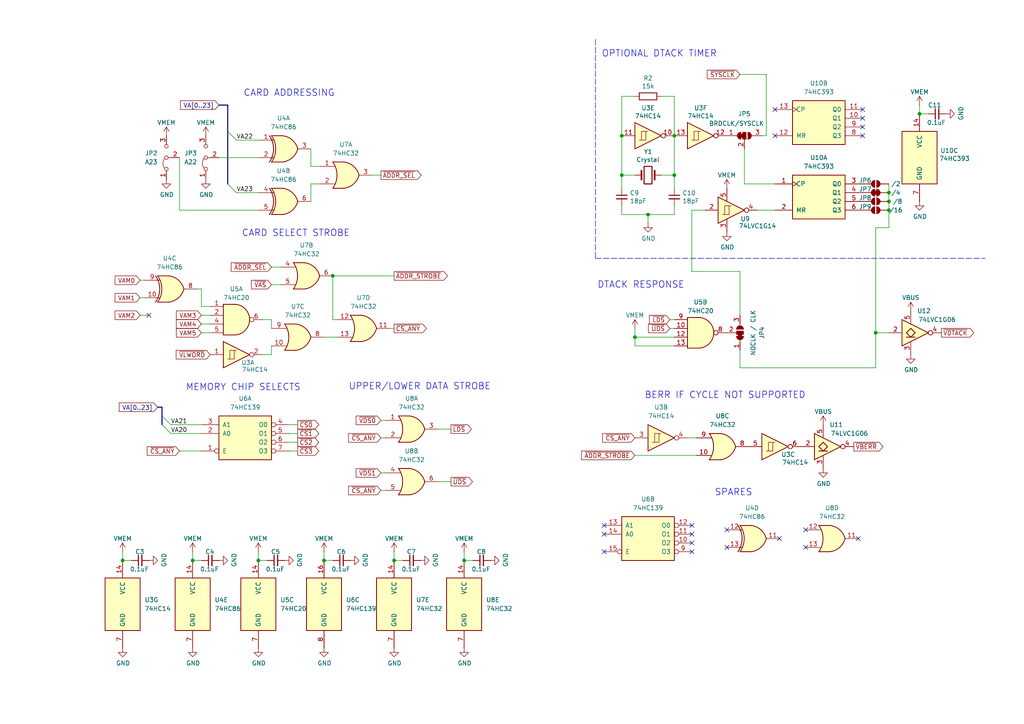
<source format=kicad_sch>
(kicad_sch (version 20231120) (generator "eeschema") (generator_version "8.0")
  (paper "A4")
  (title_block (title "MemBird - Woodcock") (rev "1"))
  (lib_symbols
    (symbol "74xx:74HC14" (pin_names (offset 1.016))
      (property "Reference" "U" (at 0 1.27 0))
      (property "Value" "74HC14" (at 0 -1.27 0))
      (symbol "74HC14_1_0"
        (pin input line (at -7.62 0 0) (length 3.81) (name "~") (number "1"))
        (pin output inverted (at 7.62 0 180) (length 3.81) (name "~") (number "2"))
      )
      (symbol "74HC14_2_0"
        (pin input line (at -7.62 0 0) (length 3.81) (name "~") (number "3"))
        (pin output inverted (at 7.62 0 180) (length 3.81) (name "~") (number "4"))
      )
      (symbol "74HC14_3_0"
        (pin input line (at -7.62 0 0) (length 3.81) (name "~") (number "5"))
        (pin output inverted (at 7.62 0 180) (length 3.81) (name "~") (number "6"))
      )
      (symbol "74HC14_4_0"
        (pin output inverted (at 7.62 0 180) (length 3.81) (name "~") (number "8"))
        (pin input line (at -7.62 0 0) (length 3.81) (name "~") (number "9"))
      )
      (symbol "74HC14_5_0"
        (pin output inverted (at 7.62 0 180) (length 3.81) (name "~") (number "10"))
        (pin input line (at -7.62 0 0) (length 3.81) (name "~") (number "11"))
      )
      (symbol "74HC14_6_0"
        (pin output inverted (at 7.62 0 180) (length 3.81) (name "~") (number "12"))
        (pin input line (at -7.62 0 0) (length 3.81) (name "~") (number "13"))
      )
      (symbol "74HC14_7_0"
        (pin power_in line (at 0 12.7 270) (length 5.08) (name "VCC") (number "14"))
        (pin power_in line (at 0 -12.7 90) (length 5.08) (name "GND") (number "7"))
      )
    )
    (symbol "74xx:74HC86" (pin_names (offset 1.016))
      (property "Reference" "U" (at 0 1.27 0))
      (property "Value" "74HC86" (at 0 -1.27 0))
      (symbol "74HC86_1_0"
        (pin input line (at -7.62 2.54 0) (length 4.445) (name "~") (number "1"))
        (pin input line (at -7.62 -2.54 0) (length 4.445) (name "~") (number "2"))
        (pin output line (at 7.62 0 180) (length 3.81) (name "~") (number "3"))
      )
      (symbol "74HC86_2_0"
        (pin input line (at -7.62 2.54 0) (length 4.445) (name "~") (number "4"))
        (pin input line (at -7.62 -2.54 0) (length 4.445) (name "~") (number "5"))
        (pin output line (at 7.62 0 180) (length 3.81) (name "~") (number "6"))
      )
      (symbol "74HC86_3_0"
        (pin input line (at -7.62 -2.54 0) (length 4.445) (name "~") (number "10"))
        (pin output line (at 7.62 0 180) (length 3.81) (name "~") (number "8"))
        (pin input line (at -7.62 2.54 0) (length 4.445) (name "~") (number "9"))
      )
      (symbol "74HC86_4_0"
        (pin output line (at 7.62 0 180) (length 3.81) (name "~") (number "11"))
        (pin input line (at -7.62 2.54 0) (length 4.445) (name "~") (number "12"))
        (pin input line (at -7.62 -2.54 0) (length 4.445) (name "~") (number "13"))
      )
      (symbol "74HC86_5_0"
        (pin power_in line (at 0 12.7 270) (length 5.08) (name "VCC") (number "14"))
        (pin power_in line (at 0 -12.7 90) (length 5.08) (name "GND") (number "7"))
      )
    )
    (symbol "74xx:74LS139" (pin_names (offset 1.016))
      (property "Reference" "U" (at -7.62 8.89 0))
      (property "Value" "74LS139" (at -7.62 -8.89 0))
      (symbol "74LS139_1_0"
        (pin input inverted (at -12.7 -5.08 0) (length 5.08) (name "E") (number "1"))
        (pin input line (at -12.7 0 0) (length 5.08) (name "A0") (number "2"))
        (pin input line (at -12.7 2.54 0) (length 5.08) (name "A1") (number "3"))
        (pin output inverted (at 12.7 2.54 180) (length 5.08) (name "O0") (number "4"))
        (pin output inverted (at 12.7 0 180) (length 5.08) (name "O1") (number "5"))
        (pin output inverted (at 12.7 -2.54 180) (length 5.08) (name "O2") (number "6"))
        (pin output inverted (at 12.7 -5.08 180) (length 5.08) (name "O3") (number "7"))
      )
      (symbol "74LS139_2_0"
        (pin output inverted (at 12.7 -2.54 180) (length 5.08) (name "O2") (number "10"))
        (pin output inverted (at 12.7 0 180) (length 5.08) (name "O1") (number "11"))
        (pin output inverted (at 12.7 2.54 180) (length 5.08) (name "O0") (number "12"))
        (pin input line (at -12.7 2.54 0) (length 5.08) (name "A1") (number "13"))
        (pin input line (at -12.7 0 0) (length 5.08) (name "A0") (number "14"))
        (pin input inverted (at -12.7 -5.08 0) (length 5.08) (name "E") (number "15"))
        (pin output inverted (at 12.7 -5.08 180) (length 5.08) (name "O3") (number "9"))
      )
      (symbol "74LS139_3_0"
        (pin power_in line (at 0 12.7 270) (length 5.08) (name "VCC") (number "16"))
        (pin power_in line (at 0 -12.7 90) (length 5.08) (name "GND") (number "8"))
      )
    )
    (symbol "74xx:74LS20" (pin_names (offset 1.016))
      (property "Reference" "U" (at 0 1.27 0))
      (property "Value" "74LS20" (at 0 -1.27 0))
      (symbol "74LS20_1_1"
        (pin input line (at -7.62 3.81 0) (length 3.81) (name "~") (number "1"))
        (pin input line (at -7.62 1.27 0) (length 3.81) (name "~") (number "2"))
        (pin input line (at -7.62 -1.27 0) (length 3.81) (name "~") (number "4"))
        (pin input line (at -7.62 -3.81 0) (length 3.81) (name "~") (number "5"))
        (pin output inverted (at 7.62 0 180) (length 3.81) (name "~") (number "6"))
      )
      (symbol "74LS20_1_2"
        (pin input inverted (at -7.62 3.81 0) (length 3.81) (name "~") (number "1"))
        (pin input inverted (at -7.62 1.27 0) (length 4.826) (name "~") (number "2"))
        (pin input inverted (at -7.62 -1.27 0) (length 4.826) (name "~") (number "4"))
        (pin input inverted (at -7.62 -3.81 0) (length 3.81) (name "~") (number "5"))
        (pin output line (at 7.62 0 180) (length 3.81) (name "~") (number "6"))
      )
      (symbol "74LS20_2_1"
        (pin input line (at -7.62 1.27 0) (length 3.81) (name "~") (number "10"))
        (pin input line (at -7.62 -1.27 0) (length 3.81) (name "~") (number "12"))
        (pin input line (at -7.62 -3.81 0) (length 3.81) (name "~") (number "13"))
        (pin output inverted (at 7.62 0 180) (length 3.81) (name "~") (number "8"))
        (pin input line (at -7.62 3.81 0) (length 3.81) (name "~") (number "9"))
      )
      (symbol "74LS20_2_2"
        (pin input inverted (at -7.62 1.27 0) (length 4.826) (name "~") (number "10"))
        (pin input inverted (at -7.62 -1.27 0) (length 4.826) (name "~") (number "12"))
        (pin input inverted (at -7.62 -3.81 0) (length 3.81) (name "~") (number "13"))
        (pin output line (at 7.62 0 180) (length 3.81) (name "~") (number "8"))
        (pin input inverted (at -7.62 3.81 0) (length 3.81) (name "~") (number "9"))
      )
      (symbol "74LS20_3_0"
        (pin power_in line (at 0 12.7 270) (length 5.08) (name "VCC") (number "14"))
        (pin power_in line (at 0 -12.7 90) (length 5.08) (name "GND") (number "7"))
      )
    )
    (symbol "74xx:74LS32" (pin_names (offset 1.016))
      (property "Reference" "U" (at 0 1.27 0))
      (property "Value" "74LS32" (at 0 -1.27 0))
      (symbol "74LS32_1_1"
        (pin input line (at -7.62 2.54 0) (length 4.318) (name "~") (number "1"))
        (pin input line (at -7.62 -2.54 0) (length 4.318) (name "~") (number "2"))
        (pin output line (at 7.62 0 180) (length 3.81) (name "~") (number "3"))
      )
      (symbol "74LS32_1_2"
        (pin input inverted (at -7.62 2.54 0) (length 3.81) (name "~") (number "1"))
        (pin input inverted (at -7.62 -2.54 0) (length 3.81) (name "~") (number "2"))
        (pin output inverted (at 7.62 0 180) (length 3.81) (name "~") (number "3"))
      )
      (symbol "74LS32_2_1"
        (pin input line (at -7.62 2.54 0) (length 4.318) (name "~") (number "4"))
        (pin input line (at -7.62 -2.54 0) (length 4.318) (name "~") (number "5"))
        (pin output line (at 7.62 0 180) (length 3.81) (name "~") (number "6"))
      )
      (symbol "74LS32_2_2"
        (pin input inverted (at -7.62 2.54 0) (length 3.81) (name "~") (number "4"))
        (pin input inverted (at -7.62 -2.54 0) (length 3.81) (name "~") (number "5"))
        (pin output inverted (at 7.62 0 180) (length 3.81) (name "~") (number "6"))
      )
      (symbol "74LS32_3_1"
        (pin input line (at -7.62 -2.54 0) (length 4.318) (name "~") (number "10"))
        (pin output line (at 7.62 0 180) (length 3.81) (name "~") (number "8"))
        (pin input line (at -7.62 2.54 0) (length 4.318) (name "~") (number "9"))
      )
      (symbol "74LS32_3_2"
        (pin input inverted (at -7.62 -2.54 0) (length 3.81) (name "~") (number "10"))
        (pin output inverted (at 7.62 0 180) (length 3.81) (name "~") (number "8"))
        (pin input inverted (at -7.62 2.54 0) (length 3.81) (name "~") (number "9"))
      )
      (symbol "74LS32_4_1"
        (pin output line (at 7.62 0 180) (length 3.81) (name "~") (number "11"))
        (pin input line (at -7.62 2.54 0) (length 4.318) (name "~") (number "12"))
        (pin input line (at -7.62 -2.54 0) (length 4.318) (name "~") (number "13"))
      )
      (symbol "74LS32_4_2"
        (pin output inverted (at 7.62 0 180) (length 3.81) (name "~") (number "11"))
        (pin input inverted (at -7.62 2.54 0) (length 3.81) (name "~") (number "12"))
        (pin input inverted (at -7.62 -2.54 0) (length 3.81) (name "~") (number "13"))
      )
      (symbol "74LS32_5_0"
        (pin power_in line (at 0 12.7 270) (length 5.08) (name "VCC") (number "14"))
        (pin power_in line (at 0 -12.7 90) (length 5.08) (name "GND") (number "7"))
      )
    )
    (symbol "74xx:74LS393" (pin_names (offset 1.016))
      (property "Reference" "U" (at -7.62 8.89 0))
      (property "Value" "74LS393" (at -7.62 -8.89 0))
      (symbol "74LS393_1_0"
        (pin input clock (at -12.7 2.54 0) (length 5.08) (name "CP") (number "1"))
        (pin input line (at -12.7 -5.08 0) (length 5.08) (name "MR") (number "2"))
        (pin output line (at 12.7 2.54 180) (length 5.08) (name "Q0") (number "3"))
        (pin output line (at 12.7 0 180) (length 5.08) (name "Q1") (number "4"))
        (pin output line (at 12.7 -2.54 180) (length 5.08) (name "Q2") (number "5"))
        (pin output line (at 12.7 -5.08 180) (length 5.08) (name "Q3") (number "6"))
      )
      (symbol "74LS393_2_0"
        (pin output line (at 12.7 0 180) (length 5.08) (name "Q1") (number "10"))
        (pin output line (at 12.7 2.54 180) (length 5.08) (name "Q0") (number "11"))
        (pin input line (at -12.7 -5.08 0) (length 5.08) (name "MR") (number "12"))
        (pin input clock (at -12.7 2.54 0) (length 5.08) (name "CP") (number "13"))
        (pin output line (at 12.7 -5.08 180) (length 5.08) (name "Q3") (number "8"))
        (pin output line (at 12.7 -2.54 180) (length 5.08) (name "Q2") (number "9"))
      )
      (symbol "74LS393_3_0"
        (pin power_in line (at 0 12.7 270) (length 5.08) (name "VCC") (number "14"))
        (pin power_in line (at 0 -12.7 90) (length 5.08) (name "GND") (number "7"))
      )
    )
    (symbol "Computie_Miscellaneous:74LVC1G06"
      (property "Reference" "U" (at 5.08 7.62 0))
      (property "Value" "74LVC1G06" (at 7.62 -7.62 0))
      (symbol "74LVC1G06_1_1"
        (pin input line (at -6.35 0 0) (length 3.81) (name "~") (number "2"))
        (pin power_in line (at 0 -6.35 90) (length 3.81) (name "") (number "3"))
        (pin open_collector inverted (at 8.89 0 180) (length 3.81) (name "~") (number "4"))
        (pin power_in line (at 0 6.35 270) (length 3.81) (name "") (number "5"))
      )
    )
    (symbol "Computie_Miscellaneous:74LVC1G14"
      (property "Reference" "U" (at 5.08 7.62 0))
      (property "Value" "74LVC1G14" (at 7.62 -7.62 0))
      (symbol "74LVC1G14_1_1"
        (pin input line (at -6.35 0 0) (length 3.81) (name "~") (number "2"))
        (pin power_in line (at 0 -6.35 90) (length 3.81) (name "") (number "3"))
        (pin open_collector inverted (at 8.89 0 180) (length 3.81) (name "~") (number "4"))
        (pin power_in line (at 0 6.35 270) (length 3.81) (name "") (number "5"))
      )
    )
    (symbol "Device:C_Small" (pin_numbers hide) (pin_names (offset 0.254) hide)
      (property "Reference" "C" (at 0.254 1.778 0))
      (property "Value" "C_Small" (at 0.254 -2.032 0))
      (symbol "C_Small_1_1"
        (pin passive line (at 0 2.54 270) (length 2.032) (name "~") (number "1"))
        (pin passive line (at 0 -2.54 90) (length 2.032) (name "~") (number "2"))
      )
    )
    (symbol "Device:Crystal" (pin_numbers hide) (pin_names (offset 1.016) hide)
      (property "Reference" "Y" (at 0 3.81 0))
      (property "Value" "Crystal" (at 0 -3.81 0))
      (symbol "Crystal_1_1"
        (pin passive line (at -3.81 0 0) (length 1.27) (name "1") (number "1"))
        (pin passive line (at 3.81 0 180) (length 1.27) (name "2") (number "2"))
      )
    )
    (symbol "Device:R" (pin_numbers hide) (pin_names (offset 0))
      (property "Reference" "R" (at 2.032 0 90))
      (property "Value" "R" (at 0 0 90))
      (symbol "R_1_1"
        (pin passive line (at 0 3.81 270) (length 1.27) (name "~") (number "1"))
        (pin passive line (at 0 -3.81 90) (length 1.27) (name "~") (number "2"))
      )
    )
    (symbol "Jumper:Jumper_3_Bridged12" (pin_names (offset 0) hide) (exclude_from_sim yes) (in_bom no)
      (property "Reference" "JP" (at -2.54 -2.54 0))
      (property "Value" "Jumper_3_Bridged12" (at 0 2.794 0))
      (symbol "Jumper_3_Bridged12_1_1"
        (pin passive line (at -6.35 0 0) (length 2.54) (name "A") (number "1"))
        (pin passive line (at 0 -3.81 90) (length 2.54) (name "C") (number "2"))
        (pin passive line (at 6.35 0 180) (length 2.54) (name "B") (number "3"))
      )
    )
    (symbol "Jumper:SolderJumper_2_Bridged" (pin_numbers hide) (pin_names (offset 0) hide) (exclude_from_sim yes) (in_bom no)
      (property "Reference" "JP" (at 0 2.032 0))
      (property "Value" "SolderJumper_2_Bridged" (at 0 -2.54 0))
      (symbol "SolderJumper_2_Bridged_1_1"
        (pin passive line (at -3.81 0 0) (length 2.54) (name "A") (number "1"))
        (pin passive line (at 3.81 0 180) (length 2.54) (name "B") (number "2"))
      )
    )
    (symbol "Jumper:SolderJumper_2_Open" (pin_numbers hide) (pin_names (offset 0) hide) (exclude_from_sim yes) (in_bom no)
      (property "Reference" "JP" (at 0 2.032 0))
      (property "Value" "SolderJumper_2_Open" (at 0 -2.54 0))
      (symbol "SolderJumper_2_Open_1_1"
        (pin passive line (at -3.81 0 0) (length 2.54) (name "A") (number "1"))
        (pin passive line (at 3.81 0 180) (length 2.54) (name "B") (number "2"))
      )
    )
    (symbol "Jumper:SolderJumper_3_Bridged12" (pin_names (offset 0) hide) (exclude_from_sim yes) (in_bom no)
      (property "Reference" "JP" (at -2.54 -2.54 0))
      (property "Value" "SolderJumper_3_Bridged12" (at 0 2.794 0))
      (symbol "SolderJumper_3_Bridged12_1_1"
        (pin passive line (at -5.08 0 0) (length 2.54) (name "A") (number "1"))
        (pin passive line (at 0 -3.81 90) (length 2.54) (name "C") (number "2"))
        (pin passive line (at 5.08 0 180) (length 2.54) (name "B") (number "3"))
      )
    )
    (symbol "power:GND" (power) (pin_numbers hide) (pin_names (offset 0) hide)
      (property "Value" "GND" (at 0 -3.81 0))
      (symbol "GND_1_1"
        (pin power_in line (at 0 0 270) (length 0) (name "~") (number "1"))
      )
    )
    (symbol "power:VBUS" (power) (pin_numbers hide) (pin_names (offset 0) hide)
      (property "Value" "VBUS" (at 0 3.556 0))
      (symbol "VBUS_1_1"
        (pin power_in line (at 0 0 90) (length 0) (name "~") (number "1"))
      )
    )
    (symbol "power:VMEM" (power) (pin_numbers hide) (pin_names (offset 0) hide)
      (property "Value" "VMEM" (at 0 3.556 0))
      (symbol "VMEM_1_1"
        (pin power_in line (at 0 0 90) (length 0) (name "~") (number "1"))
      )
    )
  )
  (junction (at 195.58 50.8))
  (junction (at 93.98 162.56))
  (junction (at 266.7 33.02))
  (junction (at 257.81 60.96))
  (junction (at 195.58 39.37))
  (junction (at 55.88 162.56))
  (junction (at 187.96 62.23))
  (junction (at 254 96.52))
  (junction (at 257.81 58.42))
  (junction (at 180.34 50.8))
  (junction (at 35.56 162.56))
  (junction (at 134.62 162.56))
  (junction (at 96.52 80.01))
  (junction (at 257.81 55.88))
  (junction (at 74.93 162.56))
  (junction (at 114.3 162.56))
  (junction (at 184.15 97.79))
  (junction (at 180.34 39.37))
  (no_connect (at 200.66 152.4))
  (no_connect (at 226.06 156.21))
  (no_connect (at 210.82 158.75))
  (no_connect (at 224.79 39.37))
  (no_connect (at 200.66 154.94))
  (no_connect (at 250.19 34.29))
  (no_connect (at 250.19 36.83))
  (no_connect (at 175.26 154.94))
  (no_connect (at 224.79 31.75))
  (no_connect (at 175.26 160.02))
  (no_connect (at 43.18 91.44))
  (no_connect (at 233.68 158.75))
  (no_connect (at 248.92 156.21))
  (no_connect (at 175.26 152.4))
  (no_connect (at 210.82 153.67))
  (no_connect (at 200.66 160.02))
  (no_connect (at 250.19 39.37))
  (no_connect (at 250.19 31.75))
  (no_connect (at 200.66 157.48))
  (no_connect (at 233.68 153.67))
  (bus_entry (at 68.58 55.88) (size -2.54 -2.54))
  (bus_entry (at 49.53 125.73) (size -2.54 -2.54))
  (bus_entry (at 68.58 40.64) (size -2.54 -2.54))
  (bus_entry (at 49.53 123.19) (size -2.54 -2.54))
  (wire (pts (xy 257.81 66.04) (xy 254 66.04)))
  (wire (pts (xy 35.56 160.02) (xy 35.56 162.56)))
  (wire (pts (xy 113.03 95.25) (xy 114.3 95.25)))
  (wire (pts (xy 97.79 97.79) (xy 93.98 97.79)))
  (wire (pts (xy 58.42 88.9) (xy 60.96 88.9)))
  (bus (pts (xy 66.04 38.1) (xy 66.04 53.34)))
  (wire (pts (xy 215.9 43.18) (xy 215.9 53.34)))
  (wire (pts (xy 52.07 130.81) (xy 58.42 130.81)))
  (wire (pts (xy 110.49 121.92) (xy 111.76 121.92)))
  (wire (pts (xy 199.39 127) (xy 201.93 127)))
  (wire (pts (xy 222.25 39.37) (xy 220.98 39.37)))
  (wire (pts (xy 180.34 62.23) (xy 180.34 59.69)))
  (wire (pts (xy 195.58 97.79) (xy 184.15 97.79)))
  (wire (pts (xy 96.52 80.01) (xy 96.52 92.71)))
  (bus (pts (xy 46.99 120.65) (xy 46.99 123.19)))
  (wire (pts (xy 134.62 160.02) (xy 134.62 162.56)))
  (wire (pts (xy 63.5 45.72) (xy 74.93 45.72)))
  (wire (pts (xy 187.96 62.23) (xy 195.58 62.23)))
  (wire (pts (xy 93.98 160.02) (xy 93.98 162.56)))
  (wire (pts (xy 184.15 100.33) (xy 184.15 97.79)))
  (wire (pts (xy 194.31 95.25) (xy 195.58 95.25)))
  (wire (pts (xy 195.58 59.69) (xy 195.58 62.23)))
  (wire (pts (xy 214.63 101.6) (xy 214.63 106.68)))
  (wire (pts (xy 184.15 100.33) (xy 195.58 100.33)))
  (wire (pts (xy 52.07 60.96) (xy 74.93 60.96)))
  (wire (pts (xy 191.77 27.94) (xy 195.58 27.94)))
  (wire (pts (xy 254 66.04) (xy 254 96.52)))
  (wire (pts (xy 204.47 60.96) (xy 200.66 60.96)))
  (wire (pts (xy 90.17 48.26) (xy 92.71 48.26)))
  (wire (pts (xy 78.74 82.55) (xy 81.28 82.55)))
  (wire (pts (xy 74.93 55.88) (xy 68.58 55.88)))
  (wire (pts (xy 195.58 50.8) (xy 195.58 54.61)))
  (bus (pts (xy 66.04 30.48) (xy 66.04 38.1)))
  (wire (pts (xy 74.93 40.64) (xy 68.58 40.64)))
  (wire (pts (xy 127 124.46) (xy 130.81 124.46)))
  (wire (pts (xy 40.64 86.36) (xy 41.91 86.36)))
  (wire (pts (xy 257.81 53.34) (xy 257.81 55.88)))
  (wire (pts (xy 200.66 60.96) (xy 200.66 78.74)))
  (wire (pts (xy 257.81 55.88) (xy 257.81 58.42)))
  (wire (pts (xy 58.42 96.52) (xy 60.96 96.52)))
  (wire (pts (xy 266.7 33.02) (xy 269.24 33.02)))
  (wire (pts (xy 40.64 81.28) (xy 41.91 81.28)))
  (wire (pts (xy 215.9 53.34) (xy 224.79 53.34)))
  (bus (pts (xy 46.99 120.65) (xy 46.99 118.11)))
  (wire (pts (xy 266.7 30.48) (xy 266.7 33.02)))
  (polyline (pts (xy 172.72 11.43) (xy 172.72 74.93)) (stroke (width 0) (type dash)))
  (wire (pts (xy 58.42 123.19) (xy 49.53 123.19)))
  (wire (pts (xy 107.95 50.8) (xy 110.49 50.8)))
  (wire (pts (xy 184.15 27.94) (xy 180.34 27.94)))
  (wire (pts (xy 58.42 91.44) (xy 60.96 91.44)))
  (wire (pts (xy 35.56 162.56) (xy 38.1 162.56)))
  (wire (pts (xy 180.34 50.8) (xy 180.34 54.61)))
  (wire (pts (xy 214.63 21.59) (xy 222.25 21.59)))
  (wire (pts (xy 195.58 27.94) (xy 195.58 39.37)))
  (wire (pts (xy 257.81 60.96) (xy 257.81 66.04)))
  (wire (pts (xy 194.31 92.71) (xy 195.58 92.71)))
  (wire (pts (xy 127 139.7) (xy 130.81 139.7)))
  (wire (pts (xy 254 96.52) (xy 257.81 96.52)))
  (wire (pts (xy 222.25 39.37) (xy 222.25 21.59)))
  (wire (pts (xy 96.52 92.71) (xy 97.79 92.71)))
  (wire (pts (xy 180.34 62.23) (xy 187.96 62.23)))
  (wire (pts (xy 58.42 93.98) (xy 60.96 93.98)))
  (wire (pts (xy 110.49 142.24) (xy 111.76 142.24)))
  (wire (pts (xy 114.3 162.56) (xy 116.84 162.56)))
  (wire (pts (xy 78.74 92.71) (xy 78.74 95.25)))
  (bus (pts (xy 46.99 118.11) (xy 45.72 118.11)))
  (wire (pts (xy 134.62 162.56) (xy 137.16 162.56)))
  (wire (pts (xy 93.98 162.56) (xy 96.52 162.56)))
  (wire (pts (xy 74.93 160.02) (xy 74.93 162.56)))
  (wire (pts (xy 180.34 27.94) (xy 180.34 39.37)))
  (wire (pts (xy 187.96 62.23) (xy 187.96 64.77)))
  (wire (pts (xy 184.15 132.08) (xy 201.93 132.08)))
  (wire (pts (xy 57.15 83.82) (xy 58.42 83.82)))
  (wire (pts (xy 214.63 106.68) (xy 254 106.68)))
  (bus (pts (xy 63.5 30.48) (xy 66.04 30.48)))
  (wire (pts (xy 83.82 130.81) (xy 86.36 130.81)))
  (wire (pts (xy 96.52 80.01) (xy 114.3 80.01)))
  (wire (pts (xy 76.2 102.87) (xy 78.74 102.87)))
  (wire (pts (xy 191.77 50.8) (xy 195.58 50.8)))
  (wire (pts (xy 58.42 125.73) (xy 49.53 125.73)))
  (wire (pts (xy 114.3 160.02) (xy 114.3 162.56)))
  (wire (pts (xy 214.63 78.74) (xy 214.63 91.44)))
  (wire (pts (xy 40.64 91.44) (xy 43.18 91.44)))
  (wire (pts (xy 90.17 58.42) (xy 90.17 53.34)))
  (wire (pts (xy 180.34 39.37) (xy 180.34 50.8)))
  (wire (pts (xy 195.58 39.37) (xy 195.58 50.8)))
  (wire (pts (xy 83.82 123.19) (xy 86.36 123.19)))
  (wire (pts (xy 55.88 160.02) (xy 55.88 162.56)))
  (wire (pts (xy 58.42 83.82) (xy 58.42 88.9)))
  (wire (pts (xy 78.74 77.47) (xy 81.28 77.47)))
  (wire (pts (xy 90.17 43.18) (xy 90.17 48.26)))
  (wire (pts (xy 74.93 162.56) (xy 77.47 162.56)))
  (wire (pts (xy 55.88 162.56) (xy 58.42 162.56)))
  (polyline (pts (xy 172.72 74.93) (xy 285.75 74.93)) (stroke (width 0) (type dash)))
  (wire (pts (xy 83.82 125.73) (xy 86.36 125.73)))
  (wire (pts (xy 254 106.68) (xy 254 96.52)))
  (wire (pts (xy 83.82 128.27) (xy 86.36 128.27)))
  (wire (pts (xy 180.34 50.8) (xy 184.15 50.8)))
  (wire (pts (xy 200.66 78.74) (xy 214.63 78.74)))
  (wire (pts (xy 76.2 92.71) (xy 78.74 92.71)))
  (wire (pts (xy 184.15 95.25) (xy 184.15 97.79)))
  (wire (pts (xy 110.49 137.16) (xy 111.76 137.16)))
  (wire (pts (xy 219.71 60.96) (xy 224.79 60.96)))
  (wire (pts (xy 257.81 58.42) (xy 257.81 60.96)))
  (wire (pts (xy 52.07 45.72) (xy 52.07 60.96)))
  (wire (pts (xy 90.17 53.34) (xy 92.71 53.34)))
  (wire (pts (xy 78.74 102.87) (xy 78.74 100.33)))
  (wire (pts (xy 110.49 127) (xy 111.76 127)))
  (text "MEMORY CHIP SELECTS" (at 53.848 113.538 0) (effects (font (size 1.905 1.905)) (justify left bottom)))
  (text "BERR IF CYCLE NOT SUPPORTED" (at 186.944 115.824 0) (effects (font (size 1.905 1.905)) (justify left bottom)))
  (text "SPARES" (at 207.264 144.018 0) (effects (font (size 1.905 1.905)) (justify left bottom)))
  (text "DTACK RESPONSE" (at 173.228 83.82 0) (effects (font (size 1.905 1.905)) (justify left bottom)))
  (text "OPTIONAL DTACK TIMER" (at 174.498 16.764 0) (effects (font (size 1.905 1.905)) (justify left bottom)))
  (text "CARD ADDRESSING" (at 70.612 28.194 0) (effects (font (size 1.905 1.905)) (justify left bottom)))
  (text "CARD SELECT STROBE" (at 70.104 68.834 0) (effects (font (size 1.905 1.905)) (justify left bottom)))
  (text "UPPER/LOWER DATA STROBE" (at 101.092 113.284 0) (effects (font (size 1.905 1.905)) (justify left bottom)))
  (label "VA20" (at 49.53 125.73 0))
  (label "VA22" (at 68.58 40.64 0))
  (label "VA23" (at 68.58 55.88 0))
  (label "VA21" (at 49.53 123.19 0))
  (global_label "~{CS_ANY}" (shape input) (at 52.07 130.81 180) (property "Intersheetrefs" "${INTERSHEET_REFS}" (at 42.13 130.81 0) (effects (justify right))))
  (global_label "VAM3" (shape input) (at 58.42 91.44 180) (property "Intersheetrefs" "${INTERSHEET_REFS}" (at 50.5967 91.44 0) (effects (justify right))))
  (global_label "~{LDS}" (shape input) (at 194.31 92.71 180) (property "Intersheetrefs" "${INTERSHEET_REFS}" (at 187.8172 92.71 0) (effects (justify right))))
  (global_label "~{LDS}" (shape output) (at 130.81 124.46 0) (property "Intersheetrefs" "${INTERSHEET_REFS}" (at 137.3028 124.46 0) (effects (justify left))))
  (global_label "~{CS_ANY}" (shape input) (at 184.15 127 180) (property "Intersheetrefs" "${INTERSHEET_REFS}" (at 174.21 127 0) (effects (justify right))))
  (global_label "~{CS2}" (shape output) (at 86.36 128.27 0) (property "Intersheetrefs" "${INTERSHEET_REFS}" (at 93.0342 128.27 0) (effects (justify left))))
  (global_label "~{VDTACK}" (shape output) (at 273.05 96.52 0) (property "Intersheetrefs" "${INTERSHEET_REFS}" (at 282.99 96.52 0) (effects (justify left))))
  (global_label "~{VDS1}" (shape input) (at 110.49 137.16 180) (property "Intersheetrefs" "${INTERSHEET_REFS}" (at 102.7272 137.16 0) (effects (justify right))))
  (global_label "~{ADDR_SEL}" (shape output) (at 110.49 50.8 0) (property "Intersheetrefs" "${INTERSHEET_REFS}" (at 122.728 50.8 0) (effects (justify left))))
  (global_label "~{ADDR_STROBE}" (shape input) (at 184.15 132.08 180) (property "Intersheetrefs" "${INTERSHEET_REFS}" (at 168.102 132.08 0) (effects (justify right))))
  (global_label "~{VAS}" (shape input) (at 78.74 82.55 180) (property "Intersheetrefs" "${INTERSHEET_REFS}" (at 72.3681 82.55 0) (effects (justify right))))
  (global_label "VA[0..23]" (shape input) (at 63.5 30.48 180) (property "Intersheetrefs" "${INTERSHEET_REFS}" (at 51.8061 30.48 0) (effects (justify right))))
  (global_label "~{CS_ANY}" (shape input) (at 110.49 127 180) (property "Intersheetrefs" "${INTERSHEET_REFS}" (at 100.55 127 0) (effects (justify right))))
  (global_label "~{ADDR_SEL}" (shape input) (at 78.74 77.47 180) (property "Intersheetrefs" "${INTERSHEET_REFS}" (at 66.502 77.47 0) (effects (justify right))))
  (global_label "~{VBERR}" (shape output) (at 247.65 129.54 0) (property "Intersheetrefs" "${INTERSHEET_REFS}" (at 256.6828 129.54 0) (effects (justify left))))
  (global_label "VAM4" (shape input) (at 58.42 93.98 180) (property "Intersheetrefs" "${INTERSHEET_REFS}" (at 50.5967 93.98 0) (effects (justify right))))
  (global_label "~{VLWORD}" (shape input) (at 60.96 102.87 180) (property "Intersheetrefs" "${INTERSHEET_REFS}" (at 50.5362 102.87 0) (effects (justify right))))
  (global_label "VAM1" (shape input) (at 40.64 86.36 180) (property "Intersheetrefs" "${INTERSHEET_REFS}" (at 32.8167 86.36 0) (effects (justify right))))
  (global_label "VAM5" (shape input) (at 58.42 96.52 180) (property "Intersheetrefs" "${INTERSHEET_REFS}" (at 50.5967 96.52 0) (effects (justify right))))
  (global_label "~{UDS}" (shape output) (at 130.81 139.7 0) (property "Intersheetrefs" "${INTERSHEET_REFS}" (at 137.6052 139.7 0) (effects (justify left))))
  (global_label "~{ADDR_STROBE}" (shape output) (at 114.3 80.01 0) (property "Intersheetrefs" "${INTERSHEET_REFS}" (at 130.348 80.01 0) (effects (justify left))))
  (global_label "~{CS_ANY}" (shape input) (at 110.49 142.24 180) (property "Intersheetrefs" "${INTERSHEET_REFS}" (at 100.55 142.24 0) (effects (justify right))))
  (global_label "~{CS1}" (shape output) (at 86.36 125.73 0) (property "Intersheetrefs" "${INTERSHEET_REFS}" (at 93.0342 125.73 0) (effects (justify left))))
  (global_label "~{SYSCLK}" (shape input) (at 214.63 21.59 180) (property "Intersheetrefs" "${INTERSHEET_REFS}" (at 204.5691 21.59 0) (effects (justify right))))
  (global_label "~{UDS}" (shape input) (at 194.31 95.25 180) (property "Intersheetrefs" "${INTERSHEET_REFS}" (at 187.5148 95.25 0) (effects (justify right))))
  (global_label "~{CS_ANY}" (shape output) (at 114.3 95.25 0) (property "Intersheetrefs" "${INTERSHEET_REFS}" (at 124.24 95.25 0) (effects (justify left))))
  (global_label "~{VDS0}" (shape input) (at 110.49 121.92 180) (property "Intersheetrefs" "${INTERSHEET_REFS}" (at 102.7272 121.92 0) (effects (justify right))))
  (global_label "~{CS3}" (shape output) (at 86.36 130.81 0) (property "Intersheetrefs" "${INTERSHEET_REFS}" (at 93.0342 130.81 0) (effects (justify left))))
  (global_label "VA[0..23]" (shape input) (at 45.72 118.11 180) (property "Intersheetrefs" "${INTERSHEET_REFS}" (at 34.0261 118.11 0) (effects (justify right))))
  (global_label "VAM0" (shape input) (at 40.64 81.28 180) (property "Intersheetrefs" "${INTERSHEET_REFS}" (at 32.8167 81.28 0) (effects (justify right))))
  (global_label "VAM2" (shape input) (at 40.64 91.44 180) (property "Intersheetrefs" "${INTERSHEET_REFS}" (at 32.8167 91.44 0) (effects (justify right))))
  (global_label "~{CS0}" (shape output) (at 86.36 123.19 0) (property "Intersheetrefs" "${INTERSHEET_REFS}" (at 93.0342 123.19 0) (effects (justify left))))
  (symbol (lib_id "Device:C_Small") (at 195.58 57.15 0) (unit 1)
    (property "Reference" "C10" (at 197.9168 55.9816 0) (effects (justify left)))
    (property "Value" "18pF" (at 197.9168 58.293 0) (effects (justify left)))
    (property "Footprint" "Capacitor_THT:C_Disc_D3.0mm_W2.0mm_P2.50mm" (effects (hide yes)))
  )
  (symbol (lib_id "74xx:74LS393") (at 266.7 45.72 0) (unit 3)
    (property "Reference" "U10" (at 275.336 43.688 0))
    (property "Value" "74HC393" (at 276.86 45.974 0))
    (property "Footprint" "Package_SO:TSSOP-14_4.4x5mm_P0.65mm" (effects (hide yes)))
    (property "Datasheet" "74xx\\74LS393.pdf" (effects (hide yes)))
    (property "Description" "Dual BCD 4-bit counter" (effects (hide yes)))
  )
  (symbol (lib_id "power:GND") (at 35.56 187.96 0) (unit 1)
    (property "Reference" "#PWR022" (effects (hide yes)))
    (property "Value" "GND" (at 35.687 192.3542 0))
    (property "Description" "Power symbol creates a global label with name \"GND\" , ground" (effects (hide yes)))
  )
  (symbol (lib_id "power:GND") (at 114.3 187.96 0) (unit 1)
    (property "Reference" "#PWR038" (effects (hide yes)))
    (property "Value" "GND" (at 114.427 192.3542 0))
    (property "Description" "Power symbol creates a global label with name \"GND\" , ground" (effects (hide yes)))
  )
  (symbol (lib_id "Jumper:Jumper_3_Bridged12") (at 48.26 45.72 90) (unit 1) (exclude_from_sim yes) (in_bom no)
    (property "Reference" "JP2" (at 45.72 44.4499 90) (effects (justify left)))
    (property "Value" "A23" (at 45.72 46.9899 90) (effects (justify left)))
    (property "Footprint" "Connector_PinHeader_2.54mm:PinHeader_1x03_P2.54mm_Vertical" (effects (hide yes)))
    (property "Description" "Jumper, 3-pole, pins 1+2 closed/bridged" (effects (hide yes)))
  )
  (symbol (lib_id "Computie_Miscellaneous:74LVC1G06") (at 264.16 96.52 0) (unit 1)
    (property "Reference" "U12" (at 267.97 90.17 0))
    (property "Value" "74LVC1G06" (at 271.78 92.71 0))
    (property "Footprint" "Package_TO_SOT_SMD:SOT-353_SC-70-5_Handsoldering" (effects (hide yes)))
    (property "Datasheet" "https://assets.nexperia.com/documents/data-sheet/74LVC1G06.pdf" (effects (hide yes)))
    (property "Description" "Single NOT Gate, Open Drain, Low-Voltage CMOS" (effects (hide yes)))
  )
  (symbol (lib_id "Device:C_Small") (at 180.34 57.15 0) (unit 1)
    (property "Reference" "C9" (at 182.6768 55.9816 0) (effects (justify left)))
    (property "Value" "18pF" (at 182.6768 58.293 0) (effects (justify left)))
    (property "Footprint" "Capacitor_THT:C_Disc_D3.0mm_W2.0mm_P2.50mm" (effects (hide yes)))
  )
  (symbol (lib_id "74xx:74HC14") (at 187.96 39.37 0) (unit 5)
    (property "Reference" "U3" (at 187.96 31.3182 0))
    (property "Value" "74HC14" (at 187.96 33.6296 0))
    (property "Footprint" "Package_SO:TSSOP-14_4.4x5mm_P0.65mm" (effects (hide yes)))
    (property "Datasheet" "http://www.ti.com/lit/gpn/sn74HC14" (effects (hide yes)))
    (property "Description" "Hex inverter schmitt trigger" (effects (hide yes)))
  )
  (symbol (lib_id "74xx:74HC14") (at 35.56 175.26 0) (unit 7)
    (property "Reference" "U3" (at 41.91 173.9899 0) (effects (justify left)))
    (property "Value" "74HC14" (at 41.91 176.5299 0) (effects (justify left)))
    (property "Footprint" "Package_SO:TSSOP-14_4.4x5mm_P0.65mm" (effects (hide yes)))
    (property "Datasheet" "http://www.ti.com/lit/gpn/sn74HC14" (effects (hide yes)))
    (property "Description" "Hex inverter schmitt trigger" (effects (hide yes)))
  )
  (symbol (lib_id "Device:Crystal") (at 187.96 50.8 0) (unit 1)
    (property "Reference" "Y1" (at 187.96 43.9928 0))
    (property "Value" "Crystal" (at 187.96 46.3042 0))
    (property "Footprint" "Crystal:Crystal_HC49-4H_Vertical" (effects (hide yes)))
  )
  (symbol (lib_id "power:VMEM") (at 93.98 160.02 0) (unit 1)
    (property "Reference" "#PWR034" (effects (hide yes)))
    (property "Value" "VMEM" (at 93.98 156.21 0))
    (property "Description" "Power symbol creates a global label with name \"VMEM\"" (effects (hide yes)))
  )
  (symbol (lib_id "74xx:74LS32") (at 88.9 80.01 0) (unit 2)
    (property "Reference" "U7" (at 88.9 71.12 0))
    (property "Value" "74HC32" (at 88.9 73.66 0))
    (property "Footprint" "Package_SO:TSSOP-14_4.4x5mm_P0.65mm" (effects (hide yes)))
    (property "Datasheet" "http://www.ti.com/lit/gpn/sn74LS32" (effects (hide yes)))
    (property "Description" "Quad 2-input OR" (effects (hide yes)))
  )
  (symbol (lib_id "power:VBUS") (at 264.16 90.17 0) (unit 1)
    (property "Reference" "#PWR051" (effects (hide yes)))
    (property "Value" "VBUS" (at 264.16 86.36 0))
    (property "Description" "Power symbol creates a global label with name \"VBUS\"" (effects (hide yes)))
  )
  (symbol (lib_id "74xx:74HC86") (at 55.88 175.26 0) (unit 5)
    (property "Reference" "U4" (at 62.23 173.9899 0) (effects (justify left)))
    (property "Value" "74HC86" (at 62.23 176.5299 0) (effects (justify left)))
    (property "Footprint" "Package_SO:TSSOP-14_4.4x5mm_P0.65mm" (effects (hide yes)))
    (property "Datasheet" "http://www.ti.com/lit/gpn/sn74HC86" (effects (hide yes)))
    (property "Description" "Quad 2-input XOR" (effects (hide yes)))
  )
  (symbol (lib_id "power:GND") (at 55.88 187.96 0) (unit 1)
    (property "Reference" "#PWR027" (effects (hide yes)))
    (property "Value" "GND" (at 56.007 192.3542 0))
    (property "Description" "Power symbol creates a global label with name \"GND\" , ground" (effects (hide yes)))
  )
  (symbol (lib_id "Device:C_Small") (at 60.96 162.56 90) (unit 1)
    (property "Reference" "C4" (at 62.23 160.02 90) (effects (justify left)))
    (property "Value" "0.1uF" (at 63.5 165.1 90) (effects (justify left)))
    (property "Footprint" "Capacitor_SMD:C_0805_2012Metric_Pad1.18x1.45mm_HandSolder" (effects (hide yes)))
  )
  (symbol (lib_id "power:VMEM") (at 210.82 54.61 0) (unit 1)
    (property "Reference" "#PWR045" (effects (hide yes)))
    (property "Value" "VMEM" (at 210.82 50.8 0))
    (property "Description" "Power symbol creates a global label with name \"VMEM\"" (effects (hide yes)))
  )
  (symbol (lib_id "power:GND") (at 48.26 52.07 0) (unit 1)
    (property "Reference" "#PWR025" (effects (hide yes)))
    (property "Value" "GND" (at 48.387 56.4642 0))
    (property "Description" "Power symbol creates a global label with name \"GND\" , ground" (effects (hide yes)))
  )
  (symbol (lib_id "Device:C_Small") (at 99.06 162.56 90) (unit 1)
    (property "Reference" "C6" (at 100.33 160.02 90) (effects (justify left)))
    (property "Value" "0.1uF" (at 101.6 165.1 90) (effects (justify left)))
    (property "Footprint" "Capacitor_SMD:C_0805_2012Metric_Pad1.18x1.45mm_HandSolder" (effects (hide yes)))
  )
  (symbol (lib_id "Device:C_Small") (at 139.7 162.56 90) (unit 1)
    (property "Reference" "C8" (at 140.97 160.02 90) (effects (justify left)))
    (property "Value" "0.1uF" (at 142.24 165.1 90) (effects (justify left)))
    (property "Footprint" "Capacitor_SMD:C_0805_2012Metric_Pad1.18x1.45mm_HandSolder" (effects (hide yes)))
  )
  (symbol (lib_id "power:GND") (at 82.55 162.56 90) (unit 1)
    (property "Reference" "#PWR033" (effects (hide yes)))
    (property "Value" "GND" (at 86.9442 162.433 0))
    (property "Description" "Power symbol creates a global label with name \"GND\" , ground" (effects (hide yes)))
  )
  (symbol (lib_id "74xx:74HC86") (at 82.55 43.18 0) (unit 1)
    (property "Reference" "U4" (at 82.2452 34.29 0))
    (property "Value" "74HC86" (at 82.2452 36.83 0))
    (property "Footprint" "Package_SO:TSSOP-14_4.4x5mm_P0.65mm" (effects (hide yes)))
    (property "Datasheet" "http://www.ti.com/lit/gpn/sn74HC86" (effects (hide yes)))
    (property "Description" "Quad 2-input XOR" (effects (hide yes)))
  )
  (symbol (lib_id "74xx:74HC86") (at 82.55 58.42 0) (unit 2)
    (property "Reference" "U4" (at 82.2452 49.53 0))
    (property "Value" "74HC86" (at 82.2452 52.07 0))
    (property "Footprint" "Package_SO:TSSOP-14_4.4x5mm_P0.65mm" (effects (hide yes)))
    (property "Datasheet" "http://www.ti.com/lit/gpn/sn74HC86" (effects (hide yes)))
    (property "Description" "Quad 2-input XOR" (effects (hide yes)))
  )
  (symbol (lib_id "74xx:74HC14") (at 68.58 102.87 0) (unit 1)
    (property "Reference" "U3" (at 71.882 105.156 0))
    (property "Value" "74HC14" (at 73.914 107.188 0))
    (property "Footprint" "Package_SO:TSSOP-14_4.4x5mm_P0.65mm" (effects (hide yes)))
    (property "Datasheet" "http://www.ti.com/lit/gpn/sn74HC14" (effects (hide yes)))
    (property "Description" "Hex inverter schmitt trigger" (effects (hide yes)))
  )
  (symbol (lib_id "power:GND") (at 238.76 135.89 0) (unit 1)
    (property "Reference" "#PWR048" (effects (hide yes)))
    (property "Value" "GND" (at 238.887 140.2842 0))
    (property "Description" "Power symbol creates a global label with name \"GND\" , ground" (effects (hide yes)))
  )
  (symbol (lib_id "Jumper:SolderJumper_3_Bridged12") (at 215.9 39.37 0) (unit 1) (exclude_from_sim yes) (in_bom no)
    (property "Reference" "JP5" (at 215.9 33.02 0))
    (property "Value" "BRDCLK/SYSCLK" (at 213.614 35.814 0))
    (property "Footprint" "Jumper:SolderJumper-3_P1.3mm_Bridged12_RoundedPad1.0x1.5mm_NumberLabels" (effects (hide yes)))
    (property "Description" "3-pole Solder Jumper, pins 1+2 closed/bridged" (effects (hide yes)))
  )
  (symbol (lib_id "74xx:74HC14") (at 203.2 39.37 0) (unit 6)
    (property "Reference" "U3" (at 203.2 31.3182 0))
    (property "Value" "74HC14" (at 203.2 33.6296 0))
    (property "Footprint" "Package_SO:TSSOP-14_4.4x5mm_P0.65mm" (effects (hide yes)))
    (property "Datasheet" "http://www.ti.com/lit/gpn/sn74HC14" (effects (hide yes)))
    (property "Description" "Hex inverter schmitt trigger" (effects (hide yes)))
  )
  (symbol (lib_id "power:VMEM") (at 184.15 95.25 0) (unit 1)
    (property "Reference" "#PWR043" (effects (hide yes)))
    (property "Value" "VMEM" (at 184.15 91.44 0))
    (property "Description" "Power symbol creates a global label with name \"VMEM\"" (effects (hide yes)))
  )
  (symbol (lib_id "power:VMEM") (at 55.88 160.02 0) (unit 1)
    (property "Reference" "#PWR026" (effects (hide yes)))
    (property "Value" "VMEM" (at 55.88 156.21 0))
    (property "Description" "Power symbol creates a global label with name \"VMEM\"" (effects (hide yes)))
  )
  (symbol (lib_id "74xx:74LS139") (at 187.96 154.94 0) (unit 2)
    (property "Reference" "U6" (at 187.96 144.78 0))
    (property "Value" "74HC139" (at 187.96 147.32 0))
    (property "Footprint" "Package_SO:TSSOP-16_4.4x5mm_P0.65mm" (effects (hide yes)))
    (property "Datasheet" "http://www.ti.com/lit/ds/symlink/sn74ls139a.pdf" (effects (hide yes)))
    (property "Description" "Dual Decoder 1 of 4, Active low outputs" (effects (hide yes)))
  )
  (symbol (lib_id "Jumper:SolderJumper_2_Open") (at 254 60.96 0) (unit 1) (exclude_from_sim yes) (in_bom no)
    (property "Reference" "JP9" (at 250.952 59.944 0))
    (property "Value" "/16" (at 259.842 60.96 0))
    (property "Footprint" "Jumper:SolderJumper-2_P1.3mm_Open_RoundedPad1.0x1.5mm" (effects (hide yes)))
    (property "Description" "Solder Jumper, 2-pole, open" (effects (hide yes)))
  )
  (symbol (lib_id "power:GND") (at 101.6 162.56 90) (unit 1)
    (property "Reference" "#PWR036" (effects (hide yes)))
    (property "Value" "GND" (at 105.9942 162.433 0))
    (property "Description" "Power symbol creates a global label with name \"GND\" , ground" (effects (hide yes)))
  )
  (symbol (lib_id "74xx:74LS32") (at 134.62 175.26 0) (unit 5)
    (property "Reference" "U8" (at 140.97 173.9899 0) (effects (justify left)))
    (property "Value" "74HC32" (at 140.97 176.5299 0) (effects (justify left)))
    (property "Footprint" "Package_SO:TSSOP-14_4.4x5mm_P0.65mm" (effects (hide yes)))
    (property "Datasheet" "http://www.ti.com/lit/gpn/sn74LS32" (effects (hide yes)))
    (property "Description" "Quad 2-input OR" (effects (hide yes)))
  )
  (symbol (lib_id "74xx:74LS393") (at 237.49 55.88 0) (unit 1)
    (property "Reference" "U10" (at 237.49 45.72 0))
    (property "Value" "74HC393" (at 237.49 48.26 0))
    (property "Footprint" "Package_SO:TSSOP-14_4.4x5mm_P0.65mm" (effects (hide yes)))
    (property "Datasheet" "74xx\\74LS393.pdf" (effects (hide yes)))
    (property "Description" "Dual BCD 4-bit counter" (effects (hide yes)))
  )
  (symbol (lib_id "power:GND") (at 43.18 162.56 90) (unit 1)
    (property "Reference" "#PWR023" (effects (hide yes)))
    (property "Value" "GND" (at 47.5742 162.433 0))
    (property "Description" "Power symbol creates a global label with name \"GND\" , ground" (effects (hide yes)))
  )
  (symbol (lib_id "74xx:74LS32") (at 100.33 50.8 0) (unit 1)
    (property "Reference" "U7" (at 100.33 41.91 0))
    (property "Value" "74HC32" (at 100.33 44.45 0))
    (property "Footprint" "Package_SO:TSSOP-14_4.4x5mm_P0.65mm" (effects (hide yes)))
    (property "Datasheet" "http://www.ti.com/lit/gpn/sn74LS32" (effects (hide yes)))
    (property "Description" "Quad 2-input OR" (effects (hide yes)))
  )
  (symbol (lib_id "74xx:74LS393") (at 237.49 34.29 0) (unit 2)
    (property "Reference" "U10" (at 237.49 24.13 0))
    (property "Value" "74HC393" (at 237.49 26.67 0))
    (property "Footprint" "Package_SO:TSSOP-14_4.4x5mm_P0.65mm" (effects (hide yes)))
    (property "Datasheet" "74xx\\74LS393.pdf" (effects (hide yes)))
    (property "Description" "Dual BCD 4-bit counter" (effects (hide yes)))
  )
  (symbol (lib_id "74xx:74LS32") (at 86.36 97.79 0) (unit 3)
    (property "Reference" "U7" (at 86.36 88.9 0))
    (property "Value" "74HC32" (at 86.36 91.44 0))
    (property "Footprint" "Package_SO:TSSOP-14_4.4x5mm_P0.65mm" (effects (hide yes)))
    (property "Datasheet" "http://www.ti.com/lit/gpn/sn74LS32" (effects (hide yes)))
    (property "Description" "Quad 2-input OR" (effects (hide yes)))
  )
  (symbol (lib_id "Jumper:Jumper_3_Bridged12") (at 59.69 45.72 90) (unit 1) (exclude_from_sim yes) (in_bom no)
    (property "Reference" "JP3" (at 57.15 44.4499 90) (effects (justify left)))
    (property "Value" "A22" (at 57.15 46.9899 90) (effects (justify left)))
    (property "Footprint" "Connector_PinHeader_2.54mm:PinHeader_1x03_P2.54mm_Vertical" (effects (hide yes)))
    (property "Description" "Jumper, 3-pole, pins 1+2 closed/bridged" (effects (hide yes)))
  )
  (symbol (lib_id "74xx:74LS32") (at 209.55 129.54 0) (unit 3)
    (property "Reference" "U8" (at 209.55 120.65 0))
    (property "Value" "74HC32" (at 209.55 123.19 0))
    (property "Footprint" "Package_SO:TSSOP-14_4.4x5mm_P0.65mm" (effects (hide yes)))
    (property "Datasheet" "http://www.ti.com/lit/gpn/sn74LS32" (effects (hide yes)))
    (property "Description" "Quad 2-input OR" (effects (hide yes)))
  )
  (symbol (lib_id "power:VMEM") (at 59.69 39.37 0) (unit 1)
    (property "Reference" "#PWR028" (effects (hide yes)))
    (property "Value" "VMEM" (at 59.69 35.56 0))
    (property "Description" "Power symbol creates a global label with name \"VMEM\"" (effects (hide yes)))
  )
  (symbol (lib_id "power:GND") (at 142.24 162.56 90) (unit 1)
    (property "Reference" "#PWR042" (effects (hide yes)))
    (property "Value" "GND" (at 146.6342 162.433 0))
    (property "Description" "Power symbol creates a global label with name \"GND\" , ground" (effects (hide yes)))
  )
  (symbol (lib_id "Device:C_Small") (at 271.78 33.02 90) (unit 1)
    (property "Reference" "C11" (at 273.05 30.48 90) (effects (justify left)))
    (property "Value" "0.1uF" (at 274.32 35.56 90) (effects (justify left)))
    (property "Footprint" "Capacitor_SMD:C_0805_2012Metric_Pad1.18x1.45mm_HandSolder" (effects (hide yes)))
  )
  (symbol (lib_id "power:GND") (at 121.92 162.56 90) (unit 1)
    (property "Reference" "#PWR039" (effects (hide yes)))
    (property "Value" "GND" (at 126.3142 162.433 0))
    (property "Description" "Power symbol creates a global label with name \"GND\" , ground" (effects (hide yes)))
  )
  (symbol (lib_id "power:VBUS") (at 238.76 123.19 0) (unit 1)
    (property "Reference" "#PWR047" (effects (hide yes)))
    (property "Value" "VBUS" (at 238.76 119.38 0))
    (property "Description" "Power symbol creates a global label with name \"VBUS\"" (effects (hide yes)))
  )
  (symbol (lib_id "74xx:74HC86") (at 218.44 156.21 0) (unit 4)
    (property "Reference" "U4" (at 218.1352 147.32 0))
    (property "Value" "74HC86" (at 218.1352 149.86 0))
    (property "Footprint" "Package_SO:TSSOP-14_4.4x5mm_P0.65mm" (effects (hide yes)))
    (property "Datasheet" "http://www.ti.com/lit/gpn/sn74HC86" (effects (hide yes)))
    (property "Description" "Quad 2-input XOR" (effects (hide yes)))
  )
  (symbol (lib_id "74xx:74LS32") (at 119.38 139.7 0) (unit 2)
    (property "Reference" "U8" (at 119.38 130.81 0))
    (property "Value" "74HC32" (at 119.38 133.35 0))
    (property "Footprint" "Package_SO:TSSOP-14_4.4x5mm_P0.65mm" (effects (hide yes)))
    (property "Datasheet" "http://www.ti.com/lit/gpn/sn74LS32" (effects (hide yes)))
    (property "Description" "Quad 2-input OR" (effects (hide yes)))
  )
  (symbol (lib_id "power:GND") (at 187.96 64.77 0) (unit 1)
    (property "Reference" "#PWR044" (effects (hide yes)))
    (property "Value" "GND" (at 188.087 69.1642 0))
    (property "Description" "Power symbol creates a global label with name \"GND\" , ground" (effects (hide yes)))
  )
  (symbol (lib_id "Computie_Miscellaneous:74LVC1G06") (at 238.76 129.54 0) (unit 1)
    (property "Reference" "U11" (at 242.57 123.19 0))
    (property "Value" "74LVC1G06" (at 246.38 125.73 0))
    (property "Footprint" "Package_TO_SOT_SMD:SOT-353_SC-70-5_Handsoldering" (effects (hide yes)))
    (property "Datasheet" "https://assets.nexperia.com/documents/data-sheet/74LVC1G06.pdf" (effects (hide yes)))
    (property "Description" "Single NOT Gate, Open Drain, Low-Voltage CMOS" (effects (hide yes)))
  )
  (symbol (lib_id "Device:C_Small") (at 80.01 162.56 90) (unit 1)
    (property "Reference" "C5" (at 81.28 160.02 90) (effects (justify left)))
    (property "Value" "0.1uF" (at 82.55 165.1 90) (effects (justify left)))
    (property "Footprint" "Capacitor_SMD:C_0805_2012Metric_Pad1.18x1.45mm_HandSolder" (effects (hide yes)))
  )
  (symbol (lib_id "Jumper:SolderJumper_3_Bridged12") (at 214.63 96.52 270) (mirror x) (unit 1) (exclude_from_sim yes) (in_bom no)
    (property "Reference" "JP4" (at 220.98 96.52 0))
    (property "Value" "NOCLK / CLK" (at 218.44 96.52 0))
    (property "Footprint" "Jumper:SolderJumper-3_P1.3mm_Bridged12_RoundedPad1.0x1.5mm_NumberLabels" (effects (hide yes)))
    (property "Description" "3-pole Solder Jumper, pins 1+2 closed/bridged" (effects (hide yes)))
  )
  (symbol (lib_id "74xx:74LS32") (at 241.3 156.21 0) (unit 4)
    (property "Reference" "U8" (at 241.3 147.32 0))
    (property "Value" "74HC32" (at 241.3 149.86 0))
    (property "Footprint" "Package_SO:TSSOP-14_4.4x5mm_P0.65mm" (effects (hide yes)))
    (property "Datasheet" "http://www.ti.com/lit/gpn/sn74LS32" (effects (hide yes)))
    (property "Description" "Quad 2-input OR" (effects (hide yes)))
  )
  (symbol (lib_id "power:VMEM") (at 35.56 160.02 0) (unit 1)
    (property "Reference" "#PWR021" (effects (hide yes)))
    (property "Value" "VMEM" (at 35.56 156.21 0))
    (property "Description" "Power symbol creates a global label with name \"VMEM\"" (effects (hide yes)))
  )
  (symbol (lib_id "74xx:74LS139") (at 93.98 175.26 0) (unit 3)
    (property "Reference" "U6" (at 100.33 173.9899 0) (effects (justify left)))
    (property "Value" "74HC139" (at 100.33 176.5299 0) (effects (justify left)))
    (property "Footprint" "Package_SO:TSSOP-16_4.4x5mm_P0.65mm" (effects (hide yes)))
    (property "Datasheet" "http://www.ti.com/lit/ds/symlink/sn74ls139a.pdf" (effects (hide yes)))
    (property "Description" "Dual Decoder 1 of 4, Active low outputs" (effects (hide yes)))
  )
  (symbol (lib_id "power:GND") (at 274.32 33.02 90) (unit 1)
    (property "Reference" "#PWR053" (effects (hide yes)))
    (property "Value" "GND" (at 278.7142 32.893 0))
    (property "Description" "Power symbol creates a global label with name \"GND\" , ground" (effects (hide yes)))
  )
  (symbol (lib_id "Device:C_Small") (at 40.64 162.56 90) (unit 1)
    (property "Reference" "C3" (at 41.91 160.02 90) (effects (justify left)))
    (property "Value" "0.1uF" (at 43.18 165.1 90) (effects (justify left)))
    (property "Footprint" "Capacitor_SMD:C_0805_2012Metric_Pad1.18x1.45mm_HandSolder" (effects (hide yes)))
  )
  (symbol (lib_id "power:GND") (at 93.98 187.96 0) (unit 1)
    (property "Reference" "#PWR035" (effects (hide yes)))
    (property "Value" "GND" (at 94.107 192.3542 0))
    (property "Description" "Power symbol creates a global label with name \"GND\" , ground" (effects (hide yes)))
  )
  (symbol (lib_id "Device:R") (at 187.96 27.94 270) (unit 1)
    (property "Reference" "R2" (at 187.96 22.6822 90))
    (property "Value" "15k" (at 187.96 24.9936 90))
    (property "Footprint" "Resistor_SMD:R_0805_2012Metric_Pad1.20x1.40mm_HandSolder" (effects (hide yes)))
  )
  (symbol (lib_id "74xx:74LS20") (at 203.2 96.52 0) (unit 2)
    (property "Reference" "U5" (at 203.1903 87.63 0))
    (property "Value" "74HC20" (at 203.1903 90.17 0))
    (property "Footprint" "Package_SO:TSSOP-14_4.4x5mm_P0.65mm" (effects (hide yes)))
    (property "Datasheet" "http://www.ti.com/lit/gpn/sn74LS20" (effects (hide yes)))
    (property "Description" "Dual 4-input NAND" (effects (hide yes)))
  )
  (symbol (lib_id "power:GND") (at 210.82 67.31 0) (unit 1)
    (property "Reference" "#PWR046" (effects (hide yes)))
    (property "Value" "GND" (at 210.947 71.7042 0))
    (property "Description" "Power symbol creates a global label with name \"GND\" , ground" (effects (hide yes)))
  )
  (symbol (lib_id "Jumper:SolderJumper_2_Open") (at 254 53.34 0) (unit 1) (exclude_from_sim yes) (in_bom no)
    (property "Reference" "JP6" (at 250.952 52.324 0))
    (property "Value" "/2" (at 259.842 53.34 0))
    (property "Footprint" "Jumper:SolderJumper-2_P1.3mm_Open_RoundedPad1.0x1.5mm" (effects (hide yes)))
    (property "Description" "Solder Jumper, 2-pole, open" (effects (hide yes)))
  )
  (symbol (lib_id "power:VMEM") (at 266.7 30.48 0) (unit 1)
    (property "Reference" "#PWR049" (effects (hide yes)))
    (property "Value" "VMEM" (at 266.7 26.67 0))
    (property "Description" "Power symbol creates a global label with name \"VMEM\"" (effects (hide yes)))
  )
  (symbol (lib_id "power:VMEM") (at 74.93 160.02 0) (unit 1)
    (property "Reference" "#PWR031" (effects (hide yes)))
    (property "Value" "VMEM" (at 74.93 156.21 0))
    (property "Description" "Power symbol creates a global label with name \"VMEM\"" (effects (hide yes)))
  )
  (symbol (lib_id "power:GND") (at 134.62 187.96 0) (unit 1)
    (property "Reference" "#PWR041" (effects (hide yes)))
    (property "Value" "GND" (at 134.747 192.3542 0))
    (property "Description" "Power symbol creates a global label with name \"GND\" , ground" (effects (hide yes)))
  )
  (symbol (lib_id "74xx:74HC14") (at 224.79 129.54 0) (unit 3)
    (property "Reference" "U3" (at 228.6 131.826 0))
    (property "Value" "74HC14" (at 230.632 134.112 0))
    (property "Footprint" "Package_SO:TSSOP-14_4.4x5mm_P0.65mm" (effects (hide yes)))
    (property "Datasheet" "http://www.ti.com/lit/gpn/sn74HC14" (effects (hide yes)))
    (property "Description" "Hex inverter schmitt trigger" (effects (hide yes)))
  )
  (symbol (lib_id "74xx:74LS20") (at 74.93 175.26 0) (unit 3)
    (property "Reference" "U5" (at 81.28 173.9899 0) (effects (justify left)))
    (property "Value" "74HC20" (at 81.28 176.5299 0) (effects (justify left)))
    (property "Footprint" "Package_SO:TSSOP-14_4.4x5mm_P0.65mm" (effects (hide yes)))
    (property "Datasheet" "http://www.ti.com/lit/gpn/sn74LS20" (effects (hide yes)))
    (property "Description" "Dual 4-input NAND" (effects (hide yes)))
  )
  (symbol (lib_id "power:GND") (at 63.5 162.56 90) (unit 1)
    (property "Reference" "#PWR030" (effects (hide yes)))
    (property "Value" "GND" (at 67.8942 162.433 0))
    (property "Description" "Power symbol creates a global label with name \"GND\" , ground" (effects (hide yes)))
  )
  (symbol (lib_id "Jumper:SolderJumper_2_Open") (at 254 58.42 0) (unit 1) (exclude_from_sim yes) (in_bom no)
    (property "Reference" "JP8" (at 250.952 57.404 0))
    (property "Value" "/8" (at 260.35 58.42 0))
    (property "Footprint" "Jumper:SolderJumper-2_P1.3mm_Open_RoundedPad1.0x1.5mm" (effects (hide yes)))
    (property "Description" "Solder Jumper, 2-pole, open" (effects (hide yes)))
  )
  (symbol (lib_id "74xx:74LS139") (at 71.12 125.73 0) (unit 1)
    (property "Reference" "U6" (at 71.12 115.57 0))
    (property "Value" "74HC139" (at 71.12 118.11 0))
    (property "Footprint" "Package_SO:TSSOP-16_4.4x5mm_P0.65mm" (effects (hide yes)))
    (property "Datasheet" "http://www.ti.com/lit/ds/symlink/sn74ls139a.pdf" (effects (hide yes)))
    (property "Description" "Dual Decoder 1 of 4, Active low outputs" (effects (hide yes)))
  )
  (symbol (lib_id "power:GND") (at 59.69 52.07 0) (unit 1)
    (property "Reference" "#PWR029" (effects (hide yes)))
    (property "Value" "GND" (at 59.817 56.4642 0))
    (property "Description" "Power symbol creates a global label with name \"GND\" , ground" (effects (hide yes)))
  )
  (symbol (lib_id "74xx:74LS32") (at 114.3 175.26 0) (unit 5)
    (property "Reference" "U7" (at 120.65 173.9899 0) (effects (justify left)))
    (property "Value" "74HC32" (at 120.65 176.5299 0) (effects (justify left)))
    (property "Footprint" "Package_SO:TSSOP-14_4.4x5mm_P0.65mm" (effects (hide yes)))
    (property "Datasheet" "http://www.ti.com/lit/gpn/sn74LS32" (effects (hide yes)))
    (property "Description" "Quad 2-input OR" (effects (hide yes)))
  )
  (symbol (lib_id "74xx:74HC86") (at 49.53 83.82 0) (unit 3)
    (property "Reference" "U4" (at 49.2252 74.93 0))
    (property "Value" "74HC86" (at 49.2252 77.47 0))
    (property "Footprint" "Package_SO:TSSOP-14_4.4x5mm_P0.65mm" (effects (hide yes)))
    (property "Datasheet" "http://www.ti.com/lit/gpn/sn74HC86" (effects (hide yes)))
    (property "Description" "Quad 2-input XOR" (effects (hide yes)))
  )
  (symbol (lib_id "power:GND") (at 264.16 102.87 0) (unit 1)
    (property "Reference" "#PWR052" (effects (hide yes)))
    (property "Value" "GND" (at 264.287 107.2642 0))
    (property "Description" "Power symbol creates a global label with name \"GND\" , ground" (effects (hide yes)))
  )
  (symbol (lib_id "power:VMEM") (at 114.3 160.02 0) (unit 1)
    (property "Reference" "#PWR037" (effects (hide yes)))
    (property "Value" "VMEM" (at 114.3 156.21 0))
    (property "Description" "Power symbol creates a global label with name \"VMEM\"" (effects (hide yes)))
  )
  (symbol (lib_id "Computie_Miscellaneous:74LVC1G14") (at 210.82 60.96 0) (unit 1)
    (property "Reference" "U9" (at 216.154 63.5 0))
    (property "Value" "74LVC1G14" (at 219.71 65.532 0))
    (property "Footprint" "Package_TO_SOT_SMD:SOT-353_SC-70-5_Handsoldering" (effects (hide yes)))
    (property "Datasheet" "https://www.diodes.com/assets/Datasheets/74LVC1G14.pdf" (effects (hide yes)))
    (property "Description" "Single NOT Gate, Open Drain, Low-Voltage CMOS" (effects (hide yes)))
  )
  (symbol (lib_id "power:VMEM") (at 134.62 160.02 0) (unit 1)
    (property "Reference" "#PWR040" (effects (hide yes)))
    (property "Value" "VMEM" (at 134.62 156.21 0))
    (property "Description" "Power symbol creates a global label with name \"VMEM\"" (effects (hide yes)))
  )
  (symbol (lib_id "74xx:74LS20") (at 68.58 92.71 0) (unit 1)
    (property "Reference" "U5" (at 68.5703 83.82 0))
    (property "Value" "74HC20" (at 68.5703 86.36 0))
    (property "Footprint" "Package_SO:TSSOP-14_4.4x5mm_P0.65mm" (effects (hide yes)))
    (property "Datasheet" "http://www.ti.com/lit/gpn/sn74LS20" (effects (hide yes)))
    (property "Description" "Dual 4-input NAND" (effects (hide yes)))
  )
  (symbol (lib_id "power:GND") (at 74.93 187.96 0) (unit 1)
    (property "Reference" "#PWR032" (effects (hide yes)))
    (property "Value" "GND" (at 75.057 192.3542 0))
    (property "Description" "Power symbol creates a global label with name \"GND\" , ground" (effects (hide yes)))
  )
  (symbol (lib_id "74xx:74LS32") (at 105.41 95.25 0) (unit 4)
    (property "Reference" "U7" (at 105.41 86.36 0))
    (property "Value" "74HC32" (at 105.41 88.9 0))
    (property "Footprint" "Package_SO:TSSOP-14_4.4x5mm_P0.65mm" (effects (hide yes)))
    (property "Datasheet" "http://www.ti.com/lit/gpn/sn74LS32" (effects (hide yes)))
    (property "Description" "Quad 2-input OR" (effects (hide yes)))
  )
  (symbol (lib_id "power:VMEM") (at 48.26 39.37 0) (unit 1)
    (property "Reference" "#PWR024" (effects (hide yes)))
    (property "Value" "VMEM" (at 48.26 35.56 0))
    (property "Description" "Power symbol creates a global label with name \"VMEM\"" (effects (hide yes)))
  )
  (symbol (lib_id "power:GND") (at 266.7 58.42 0) (unit 1)
    (property "Reference" "#PWR050" (effects (hide yes)))
    (property "Value" "GND" (at 266.827 62.8142 0))
    (property "Description" "Power symbol creates a global label with name \"GND\" , ground" (effects (hide yes)))
  )
  (symbol (lib_id "Jumper:SolderJumper_2_Bridged") (at 254 55.88 0) (unit 1) (exclude_from_sim yes) (in_bom no)
    (property "Reference" "JP7" (at 250.952 54.864 0))
    (property "Value" "/4" (at 259.842 55.88 0))
    (property "Footprint" "Jumper:SolderJumper-2_P1.3mm_Bridged_RoundedPad1.0x1.5mm" (effects (hide yes)))
    (property "Description" "Solder Jumper, 2-pole, closed/bridged" (effects (hide yes)))
  )
  (symbol (lib_id "74xx:74LS32") (at 119.38 124.46 0) (unit 1)
    (property "Reference" "U8" (at 119.38 115.57 0))
    (property "Value" "74HC32" (at 119.38 118.11 0))
    (property "Footprint" "Package_SO:TSSOP-14_4.4x5mm_P0.65mm" (effects (hide yes)))
    (property "Datasheet" "http://www.ti.com/lit/gpn/sn74LS32" (effects (hide yes)))
    (property "Description" "Quad 2-input OR" (effects (hide yes)))
  )
  (symbol (lib_id "Device:C_Small") (at 119.38 162.56 90) (unit 1)
    (property "Reference" "C7" (at 120.65 160.02 90) (effects (justify left)))
    (property "Value" "0.1uF" (at 121.92 165.1 90) (effects (justify left)))
    (property "Footprint" "Capacitor_SMD:C_0805_2012Metric_Pad1.18x1.45mm_HandSolder" (effects (hide yes)))
  )
  (symbol (lib_id "74xx:74HC14") (at 191.77 127 0) (unit 2)
    (property "Reference" "U3" (at 191.77 118.11 0))
    (property "Value" "74HC14" (at 191.77 120.65 0))
    (property "Footprint" "Package_SO:TSSOP-14_4.4x5mm_P0.65mm" (effects (hide yes)))
    (property "Datasheet" "http://www.ti.com/lit/gpn/sn74HC14" (effects (hide yes)))
    (property "Description" "Hex inverter schmitt trigger" (effects (hide yes)))
  )
)
</source>
